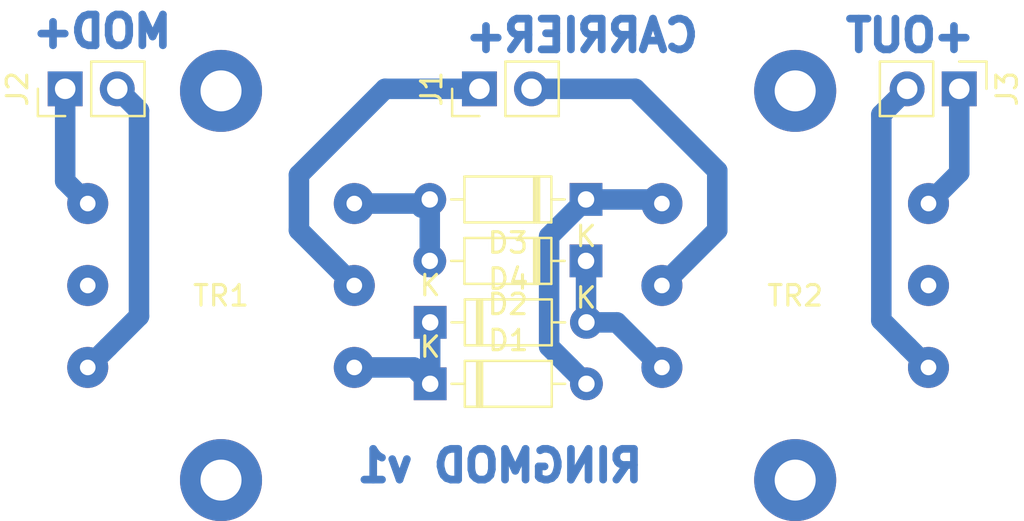
<source format=kicad_pcb>
(kicad_pcb (version 20171130) (host pcbnew "(5.0.0)")

  (general
    (thickness 1.6)
    (drawings 4)
    (tracks 37)
    (zones 0)
    (modules 9)
    (nets 13)
  )

  (page A4)
  (layers
    (0 F.Cu signal)
    (31 B.Cu signal)
    (32 B.Adhes user)
    (33 F.Adhes user)
    (34 B.Paste user)
    (35 F.Paste user)
    (36 B.SilkS user)
    (37 F.SilkS user)
    (38 B.Mask user)
    (39 F.Mask user)
    (40 Dwgs.User user)
    (41 Cmts.User user)
    (42 Eco1.User user)
    (43 Eco2.User user)
    (44 Edge.Cuts user)
    (45 Margin user)
    (46 B.CrtYd user)
    (47 F.CrtYd user)
    (48 B.Fab user)
    (49 F.Fab user)
  )

  (setup
    (last_trace_width 1)
    (trace_clearance 0.2)
    (zone_clearance 0.508)
    (zone_45_only no)
    (trace_min 0.2)
    (segment_width 0.2)
    (edge_width 0.15)
    (via_size 0.8)
    (via_drill 0.4)
    (via_min_size 0.4)
    (via_min_drill 0.3)
    (uvia_size 0.3)
    (uvia_drill 0.1)
    (uvias_allowed no)
    (uvia_min_size 0.2)
    (uvia_min_drill 0.1)
    (pcb_text_width 0.3)
    (pcb_text_size 1.5 1.5)
    (mod_edge_width 0.15)
    (mod_text_size 1 1)
    (mod_text_width 0.15)
    (pad_size 1.524 1.524)
    (pad_drill 0.762)
    (pad_to_mask_clearance 0.2)
    (aux_axis_origin 0 0)
    (visible_elements 7FFFFFFF)
    (pcbplotparams
      (layerselection 0x010fc_ffffffff)
      (usegerberextensions false)
      (usegerberattributes false)
      (usegerberadvancedattributes false)
      (creategerberjobfile false)
      (excludeedgelayer true)
      (linewidth 0.050000)
      (plotframeref false)
      (viasonmask false)
      (mode 1)
      (useauxorigin false)
      (hpglpennumber 1)
      (hpglpenspeed 20)
      (hpglpendiameter 15.000000)
      (psnegative false)
      (psa4output false)
      (plotreference true)
      (plotvalue true)
      (plotinvisibletext false)
      (padsonsilk false)
      (subtractmaskfromsilk false)
      (outputformat 1)
      (mirror false)
      (drillshape 1)
      (scaleselection 1)
      (outputdirectory ""))
  )

  (net 0 "")
  (net 1 "Net-(TR1-Pad2)")
  (net 2 "Net-(TR2-Pad5)")
  (net 3 "Net-(J2-Pad1)")
  (net 4 "Net-(J2-Pad2)")
  (net 5 "Net-(D2-Pad2)")
  (net 6 "Net-(J1-Pad1)")
  (net 7 "Net-(D1-Pad1)")
  (net 8 "Net-(J3-Pad1)")
  (net 9 "Net-(J3-Pad2)")
  (net 10 "Net-(D2-Pad1)")
  (net 11 "Net-(J1-Pad2)")
  (net 12 "Net-(D1-Pad2)")

  (net_class Default "This is the default net class."
    (clearance 0.2)
    (trace_width 1)
    (via_dia 0.8)
    (via_drill 0.4)
    (uvia_dia 0.3)
    (uvia_drill 0.1)
    (add_net "Net-(D1-Pad1)")
    (add_net "Net-(D1-Pad2)")
    (add_net "Net-(D2-Pad1)")
    (add_net "Net-(D2-Pad2)")
    (add_net "Net-(J1-Pad1)")
    (add_net "Net-(J1-Pad2)")
    (add_net "Net-(J2-Pad1)")
    (add_net "Net-(J2-Pad2)")
    (add_net "Net-(J3-Pad1)")
    (add_net "Net-(J3-Pad2)")
    (add_net "Net-(TR1-Pad2)")
    (add_net "Net-(TR2-Pad5)")
  )

  (net_class second ""
    (clearance 0.2)
    (trace_width 1)
    (via_dia 0.8)
    (via_drill 0.4)
    (uvia_dia 0.3)
    (uvia_drill 0.1)
  )

  (module Connector_PinHeader_2.54mm:PinHeader_1x02_P2.54mm_Vertical (layer F.Cu) (tedit 59FED5CC) (tstamp 5FD49C1C)
    (at 165.4 85.6 270)
    (descr "Through hole straight pin header, 1x02, 2.54mm pitch, single row")
    (tags "Through hole pin header THT 1x02 2.54mm single row")
    (path /5FD2AA2E)
    (fp_text reference J3 (at 0 -2.33 270) (layer F.SilkS)
      (effects (font (size 1 1) (thickness 0.15)))
    )
    (fp_text value OUT (at 0 4.87 270) (layer F.Fab)
      (effects (font (size 1 1) (thickness 0.15)))
    )
    (fp_line (start -0.635 -1.27) (end 1.27 -1.27) (layer F.Fab) (width 0.1))
    (fp_line (start 1.27 -1.27) (end 1.27 3.81) (layer F.Fab) (width 0.1))
    (fp_line (start 1.27 3.81) (end -1.27 3.81) (layer F.Fab) (width 0.1))
    (fp_line (start -1.27 3.81) (end -1.27 -0.635) (layer F.Fab) (width 0.1))
    (fp_line (start -1.27 -0.635) (end -0.635 -1.27) (layer F.Fab) (width 0.1))
    (fp_line (start -1.33 3.87) (end 1.33 3.87) (layer F.SilkS) (width 0.12))
    (fp_line (start -1.33 1.27) (end -1.33 3.87) (layer F.SilkS) (width 0.12))
    (fp_line (start 1.33 1.27) (end 1.33 3.87) (layer F.SilkS) (width 0.12))
    (fp_line (start -1.33 1.27) (end 1.33 1.27) (layer F.SilkS) (width 0.12))
    (fp_line (start -1.33 0) (end -1.33 -1.33) (layer F.SilkS) (width 0.12))
    (fp_line (start -1.33 -1.33) (end 0 -1.33) (layer F.SilkS) (width 0.12))
    (fp_line (start -1.8 -1.8) (end -1.8 4.35) (layer F.CrtYd) (width 0.05))
    (fp_line (start -1.8 4.35) (end 1.8 4.35) (layer F.CrtYd) (width 0.05))
    (fp_line (start 1.8 4.35) (end 1.8 -1.8) (layer F.CrtYd) (width 0.05))
    (fp_line (start 1.8 -1.8) (end -1.8 -1.8) (layer F.CrtYd) (width 0.05))
    (fp_text user %R (at 0 1.27) (layer F.Fab)
      (effects (font (size 1 1) (thickness 0.15)))
    )
    (pad 1 thru_hole rect (at 0 0 270) (size 1.7 1.7) (drill 1) (layers *.Cu *.Mask)
      (net 8 "Net-(J3-Pad1)"))
    (pad 2 thru_hole oval (at 0 2.54 270) (size 1.7 1.7) (drill 1) (layers *.Cu *.Mask)
      (net 9 "Net-(J3-Pad2)"))
    (model ${KISYS3DMOD}/Connector_PinHeader_2.54mm.3dshapes/PinHeader_1x02_P2.54mm_Vertical.wrl
      (at (xyz 0 0 0))
      (scale (xyz 1 1 1))
      (rotate (xyz 0 0 0))
    )
  )

  (module Connector_PinHeader_2.54mm:PinHeader_1x02_P2.54mm_Vertical (layer F.Cu) (tedit 59FED5CC) (tstamp 5FD49C06)
    (at 121.8 85.6 90)
    (descr "Through hole straight pin header, 1x02, 2.54mm pitch, single row")
    (tags "Through hole pin header THT 1x02 2.54mm single row")
    (path /5FD2A92F)
    (fp_text reference J2 (at 0 -2.33 90) (layer F.SilkS)
      (effects (font (size 1 1) (thickness 0.15)))
    )
    (fp_text value MOD (at 0 4.87 90) (layer F.Fab)
      (effects (font (size 1 1) (thickness 0.15)))
    )
    (fp_text user %R (at 0 1.27 180) (layer F.Fab)
      (effects (font (size 1 1) (thickness 0.15)))
    )
    (fp_line (start 1.8 -1.8) (end -1.8 -1.8) (layer F.CrtYd) (width 0.05))
    (fp_line (start 1.8 4.35) (end 1.8 -1.8) (layer F.CrtYd) (width 0.05))
    (fp_line (start -1.8 4.35) (end 1.8 4.35) (layer F.CrtYd) (width 0.05))
    (fp_line (start -1.8 -1.8) (end -1.8 4.35) (layer F.CrtYd) (width 0.05))
    (fp_line (start -1.33 -1.33) (end 0 -1.33) (layer F.SilkS) (width 0.12))
    (fp_line (start -1.33 0) (end -1.33 -1.33) (layer F.SilkS) (width 0.12))
    (fp_line (start -1.33 1.27) (end 1.33 1.27) (layer F.SilkS) (width 0.12))
    (fp_line (start 1.33 1.27) (end 1.33 3.87) (layer F.SilkS) (width 0.12))
    (fp_line (start -1.33 1.27) (end -1.33 3.87) (layer F.SilkS) (width 0.12))
    (fp_line (start -1.33 3.87) (end 1.33 3.87) (layer F.SilkS) (width 0.12))
    (fp_line (start -1.27 -0.635) (end -0.635 -1.27) (layer F.Fab) (width 0.1))
    (fp_line (start -1.27 3.81) (end -1.27 -0.635) (layer F.Fab) (width 0.1))
    (fp_line (start 1.27 3.81) (end -1.27 3.81) (layer F.Fab) (width 0.1))
    (fp_line (start 1.27 -1.27) (end 1.27 3.81) (layer F.Fab) (width 0.1))
    (fp_line (start -0.635 -1.27) (end 1.27 -1.27) (layer F.Fab) (width 0.1))
    (pad 2 thru_hole oval (at 0 2.54 90) (size 1.7 1.7) (drill 1) (layers *.Cu *.Mask)
      (net 4 "Net-(J2-Pad2)"))
    (pad 1 thru_hole rect (at 0 0 90) (size 1.7 1.7) (drill 1) (layers *.Cu *.Mask)
      (net 3 "Net-(J2-Pad1)"))
    (model ${KISYS3DMOD}/Connector_PinHeader_2.54mm.3dshapes/PinHeader_1x02_P2.54mm_Vertical.wrl
      (at (xyz 0 0 0))
      (scale (xyz 1 1 1))
      (rotate (xyz 0 0 0))
    )
  )

  (module Connector_PinHeader_2.54mm:PinHeader_1x02_P2.54mm_Vertical (layer F.Cu) (tedit 59FED5CC) (tstamp 5FD49BF0)
    (at 142 85.6 90)
    (descr "Through hole straight pin header, 1x02, 2.54mm pitch, single row")
    (tags "Through hole pin header THT 1x02 2.54mm single row")
    (path /5FD2A414)
    (fp_text reference J1 (at 0 -2.33 90) (layer F.SilkS)
      (effects (font (size 1 1) (thickness 0.15)))
    )
    (fp_text value IN (at 0 4.87 90) (layer F.Fab)
      (effects (font (size 1 1) (thickness 0.15)))
    )
    (fp_line (start -0.635 -1.27) (end 1.27 -1.27) (layer F.Fab) (width 0.1))
    (fp_line (start 1.27 -1.27) (end 1.27 3.81) (layer F.Fab) (width 0.1))
    (fp_line (start 1.27 3.81) (end -1.27 3.81) (layer F.Fab) (width 0.1))
    (fp_line (start -1.27 3.81) (end -1.27 -0.635) (layer F.Fab) (width 0.1))
    (fp_line (start -1.27 -0.635) (end -0.635 -1.27) (layer F.Fab) (width 0.1))
    (fp_line (start -1.33 3.87) (end 1.33 3.87) (layer F.SilkS) (width 0.12))
    (fp_line (start -1.33 1.27) (end -1.33 3.87) (layer F.SilkS) (width 0.12))
    (fp_line (start 1.33 1.27) (end 1.33 3.87) (layer F.SilkS) (width 0.12))
    (fp_line (start -1.33 1.27) (end 1.33 1.27) (layer F.SilkS) (width 0.12))
    (fp_line (start -1.33 0) (end -1.33 -1.33) (layer F.SilkS) (width 0.12))
    (fp_line (start -1.33 -1.33) (end 0 -1.33) (layer F.SilkS) (width 0.12))
    (fp_line (start -1.8 -1.8) (end -1.8 4.35) (layer F.CrtYd) (width 0.05))
    (fp_line (start -1.8 4.35) (end 1.8 4.35) (layer F.CrtYd) (width 0.05))
    (fp_line (start 1.8 4.35) (end 1.8 -1.8) (layer F.CrtYd) (width 0.05))
    (fp_line (start 1.8 -1.8) (end -1.8 -1.8) (layer F.CrtYd) (width 0.05))
    (fp_text user %R (at 0 1.27 180) (layer F.Fab)
      (effects (font (size 1 1) (thickness 0.15)))
    )
    (pad 1 thru_hole rect (at 0 0 90) (size 1.7 1.7) (drill 1) (layers *.Cu *.Mask)
      (net 6 "Net-(J1-Pad1)"))
    (pad 2 thru_hole oval (at 0 2.54 90) (size 1.7 1.7) (drill 1) (layers *.Cu *.Mask)
      (net 11 "Net-(J1-Pad2)"))
    (model ${KISYS3DMOD}/Connector_PinHeader_2.54mm.3dshapes/PinHeader_1x02_P2.54mm_Vertical.wrl
      (at (xyz 0 0 0))
      (scale (xyz 1 1 1))
      (rotate (xyz 0 0 0))
    )
  )

  (module Diode_THT:D_DO-35_SOD27_P7.62mm_Horizontal (layer F.Cu) (tedit 5AE50CD5) (tstamp 5FD49BDA)
    (at 139.6 97)
    (descr "Diode, DO-35_SOD27 series, Axial, Horizontal, pin pitch=7.62mm, , length*diameter=4*2mm^2, , http://www.diodes.com/_files/packages/DO-35.pdf")
    (tags "Diode DO-35_SOD27 series Axial Horizontal pin pitch 7.62mm  length 4mm diameter 2mm")
    (path /5FD29B3A)
    (fp_text reference D4 (at 3.81 -2.12) (layer F.SilkS)
      (effects (font (size 1 1) (thickness 0.15)))
    )
    (fp_text value 1N914 (at 3.81 2.12) (layer F.Fab)
      (effects (font (size 1 1) (thickness 0.15)))
    )
    (fp_text user K (at 0 -1.8) (layer F.SilkS)
      (effects (font (size 1 1) (thickness 0.15)))
    )
    (fp_text user K (at 0 -1.8) (layer F.Fab)
      (effects (font (size 1 1) (thickness 0.15)))
    )
    (fp_text user %R (at 4.11 0) (layer F.Fab)
      (effects (font (size 0.8 0.8) (thickness 0.12)))
    )
    (fp_line (start 8.67 -1.25) (end -1.05 -1.25) (layer F.CrtYd) (width 0.05))
    (fp_line (start 8.67 1.25) (end 8.67 -1.25) (layer F.CrtYd) (width 0.05))
    (fp_line (start -1.05 1.25) (end 8.67 1.25) (layer F.CrtYd) (width 0.05))
    (fp_line (start -1.05 -1.25) (end -1.05 1.25) (layer F.CrtYd) (width 0.05))
    (fp_line (start 2.29 -1.12) (end 2.29 1.12) (layer F.SilkS) (width 0.12))
    (fp_line (start 2.53 -1.12) (end 2.53 1.12) (layer F.SilkS) (width 0.12))
    (fp_line (start 2.41 -1.12) (end 2.41 1.12) (layer F.SilkS) (width 0.12))
    (fp_line (start 6.58 0) (end 5.93 0) (layer F.SilkS) (width 0.12))
    (fp_line (start 1.04 0) (end 1.69 0) (layer F.SilkS) (width 0.12))
    (fp_line (start 5.93 -1.12) (end 1.69 -1.12) (layer F.SilkS) (width 0.12))
    (fp_line (start 5.93 1.12) (end 5.93 -1.12) (layer F.SilkS) (width 0.12))
    (fp_line (start 1.69 1.12) (end 5.93 1.12) (layer F.SilkS) (width 0.12))
    (fp_line (start 1.69 -1.12) (end 1.69 1.12) (layer F.SilkS) (width 0.12))
    (fp_line (start 2.31 -1) (end 2.31 1) (layer F.Fab) (width 0.1))
    (fp_line (start 2.51 -1) (end 2.51 1) (layer F.Fab) (width 0.1))
    (fp_line (start 2.41 -1) (end 2.41 1) (layer F.Fab) (width 0.1))
    (fp_line (start 7.62 0) (end 5.81 0) (layer F.Fab) (width 0.1))
    (fp_line (start 0 0) (end 1.81 0) (layer F.Fab) (width 0.1))
    (fp_line (start 5.81 -1) (end 1.81 -1) (layer F.Fab) (width 0.1))
    (fp_line (start 5.81 1) (end 5.81 -1) (layer F.Fab) (width 0.1))
    (fp_line (start 1.81 1) (end 5.81 1) (layer F.Fab) (width 0.1))
    (fp_line (start 1.81 -1) (end 1.81 1) (layer F.Fab) (width 0.1))
    (pad 2 thru_hole oval (at 7.62 0) (size 1.6 1.6) (drill 0.8) (layers *.Cu *.Mask)
      (net 10 "Net-(D2-Pad1)"))
    (pad 1 thru_hole rect (at 0 0) (size 1.6 1.6) (drill 0.8) (layers *.Cu *.Mask)
      (net 7 "Net-(D1-Pad1)"))
    (model ${KISYS3DMOD}/Diode_THT.3dshapes/D_DO-35_SOD27_P7.62mm_Horizontal.wrl
      (at (xyz 0 0 0))
      (scale (xyz 1 1 1))
      (rotate (xyz 0 0 0))
    )
  )

  (module Diode_THT:D_DO-35_SOD27_P7.62mm_Horizontal (layer F.Cu) (tedit 5AE50CD5) (tstamp 5FD49BBB)
    (at 147.2 91 180)
    (descr "Diode, DO-35_SOD27 series, Axial, Horizontal, pin pitch=7.62mm, , length*diameter=4*2mm^2, , http://www.diodes.com/_files/packages/DO-35.pdf")
    (tags "Diode DO-35_SOD27 series Axial Horizontal pin pitch 7.62mm  length 4mm diameter 2mm")
    (path /5FD29AFE)
    (fp_text reference D3 (at 3.81 -2.12 180) (layer F.SilkS)
      (effects (font (size 1 1) (thickness 0.15)))
    )
    (fp_text value 1N914 (at 3.81 2.12 180) (layer F.Fab)
      (effects (font (size 1 1) (thickness 0.15)))
    )
    (fp_line (start 1.81 -1) (end 1.81 1) (layer F.Fab) (width 0.1))
    (fp_line (start 1.81 1) (end 5.81 1) (layer F.Fab) (width 0.1))
    (fp_line (start 5.81 1) (end 5.81 -1) (layer F.Fab) (width 0.1))
    (fp_line (start 5.81 -1) (end 1.81 -1) (layer F.Fab) (width 0.1))
    (fp_line (start 0 0) (end 1.81 0) (layer F.Fab) (width 0.1))
    (fp_line (start 7.62 0) (end 5.81 0) (layer F.Fab) (width 0.1))
    (fp_line (start 2.41 -1) (end 2.41 1) (layer F.Fab) (width 0.1))
    (fp_line (start 2.51 -1) (end 2.51 1) (layer F.Fab) (width 0.1))
    (fp_line (start 2.31 -1) (end 2.31 1) (layer F.Fab) (width 0.1))
    (fp_line (start 1.69 -1.12) (end 1.69 1.12) (layer F.SilkS) (width 0.12))
    (fp_line (start 1.69 1.12) (end 5.93 1.12) (layer F.SilkS) (width 0.12))
    (fp_line (start 5.93 1.12) (end 5.93 -1.12) (layer F.SilkS) (width 0.12))
    (fp_line (start 5.93 -1.12) (end 1.69 -1.12) (layer F.SilkS) (width 0.12))
    (fp_line (start 1.04 0) (end 1.69 0) (layer F.SilkS) (width 0.12))
    (fp_line (start 6.58 0) (end 5.93 0) (layer F.SilkS) (width 0.12))
    (fp_line (start 2.41 -1.12) (end 2.41 1.12) (layer F.SilkS) (width 0.12))
    (fp_line (start 2.53 -1.12) (end 2.53 1.12) (layer F.SilkS) (width 0.12))
    (fp_line (start 2.29 -1.12) (end 2.29 1.12) (layer F.SilkS) (width 0.12))
    (fp_line (start -1.05 -1.25) (end -1.05 1.25) (layer F.CrtYd) (width 0.05))
    (fp_line (start -1.05 1.25) (end 8.67 1.25) (layer F.CrtYd) (width 0.05))
    (fp_line (start 8.67 1.25) (end 8.67 -1.25) (layer F.CrtYd) (width 0.05))
    (fp_line (start 8.67 -1.25) (end -1.05 -1.25) (layer F.CrtYd) (width 0.05))
    (fp_text user %R (at 4.11 0 180) (layer F.Fab)
      (effects (font (size 0.8 0.8) (thickness 0.12)))
    )
    (fp_text user K (at 0 -1.8 180) (layer F.Fab)
      (effects (font (size 1 1) (thickness 0.15)))
    )
    (fp_text user K (at 0 -1.8 180) (layer F.SilkS)
      (effects (font (size 1 1) (thickness 0.15)))
    )
    (pad 1 thru_hole rect (at 0 0 180) (size 1.6 1.6) (drill 0.8) (layers *.Cu *.Mask)
      (net 12 "Net-(D1-Pad2)"))
    (pad 2 thru_hole oval (at 7.62 0 180) (size 1.6 1.6) (drill 0.8) (layers *.Cu *.Mask)
      (net 5 "Net-(D2-Pad2)"))
    (model ${KISYS3DMOD}/Diode_THT.3dshapes/D_DO-35_SOD27_P7.62mm_Horizontal.wrl
      (at (xyz 0 0 0))
      (scale (xyz 1 1 1))
      (rotate (xyz 0 0 0))
    )
  )

  (module Diode_THT:D_DO-35_SOD27_P7.62mm_Horizontal (layer F.Cu) (tedit 5AE50CD5) (tstamp 5FD2F2B9)
    (at 147.2 94 180)
    (descr "Diode, DO-35_SOD27 series, Axial, Horizontal, pin pitch=7.62mm, , length*diameter=4*2mm^2, , http://www.diodes.com/_files/packages/DO-35.pdf")
    (tags "Diode DO-35_SOD27 series Axial Horizontal pin pitch 7.62mm  length 4mm diameter 2mm")
    (path /5FD29AD6)
    (fp_text reference D2 (at 3.81 -2.12 180) (layer F.SilkS)
      (effects (font (size 1 1) (thickness 0.15)))
    )
    (fp_text value 1N914 (at 3.81 2.12 180) (layer F.Fab)
      (effects (font (size 1 1) (thickness 0.15)))
    )
    (fp_text user K (at 0 -1.8 180) (layer F.SilkS)
      (effects (font (size 1 1) (thickness 0.15)))
    )
    (fp_text user K (at 0 -1.8 180) (layer F.Fab)
      (effects (font (size 1 1) (thickness 0.15)))
    )
    (fp_text user %R (at 4.11 0 180) (layer F.Fab)
      (effects (font (size 0.8 0.8) (thickness 0.12)))
    )
    (fp_line (start 8.67 -1.25) (end -1.05 -1.25) (layer F.CrtYd) (width 0.05))
    (fp_line (start 8.67 1.25) (end 8.67 -1.25) (layer F.CrtYd) (width 0.05))
    (fp_line (start -1.05 1.25) (end 8.67 1.25) (layer F.CrtYd) (width 0.05))
    (fp_line (start -1.05 -1.25) (end -1.05 1.25) (layer F.CrtYd) (width 0.05))
    (fp_line (start 2.29 -1.12) (end 2.29 1.12) (layer F.SilkS) (width 0.12))
    (fp_line (start 2.53 -1.12) (end 2.53 1.12) (layer F.SilkS) (width 0.12))
    (fp_line (start 2.41 -1.12) (end 2.41 1.12) (layer F.SilkS) (width 0.12))
    (fp_line (start 6.58 0) (end 5.93 0) (layer F.SilkS) (width 0.12))
    (fp_line (start 1.04 0) (end 1.69 0) (layer F.SilkS) (width 0.12))
    (fp_line (start 5.93 -1.12) (end 1.69 -1.12) (layer F.SilkS) (width 0.12))
    (fp_line (start 5.93 1.12) (end 5.93 -1.12) (layer F.SilkS) (width 0.12))
    (fp_line (start 1.69 1.12) (end 5.93 1.12) (layer F.SilkS) (width 0.12))
    (fp_line (start 1.69 -1.12) (end 1.69 1.12) (layer F.SilkS) (width 0.12))
    (fp_line (start 2.31 -1) (end 2.31 1) (layer F.Fab) (width 0.1))
    (fp_line (start 2.51 -1) (end 2.51 1) (layer F.Fab) (width 0.1))
    (fp_line (start 2.41 -1) (end 2.41 1) (layer F.Fab) (width 0.1))
    (fp_line (start 7.62 0) (end 5.81 0) (layer F.Fab) (width 0.1))
    (fp_line (start 0 0) (end 1.81 0) (layer F.Fab) (width 0.1))
    (fp_line (start 5.81 -1) (end 1.81 -1) (layer F.Fab) (width 0.1))
    (fp_line (start 5.81 1) (end 5.81 -1) (layer F.Fab) (width 0.1))
    (fp_line (start 1.81 1) (end 5.81 1) (layer F.Fab) (width 0.1))
    (fp_line (start 1.81 -1) (end 1.81 1) (layer F.Fab) (width 0.1))
    (pad 2 thru_hole oval (at 7.62 0 180) (size 1.6 1.6) (drill 0.8) (layers *.Cu *.Mask)
      (net 5 "Net-(D2-Pad2)"))
    (pad 1 thru_hole rect (at 0 0 180) (size 1.6 1.6) (drill 0.8) (layers *.Cu *.Mask)
      (net 10 "Net-(D2-Pad1)"))
    (model ${KISYS3DMOD}/Diode_THT.3dshapes/D_DO-35_SOD27_P7.62mm_Horizontal.wrl
      (at (xyz 0 0 0))
      (scale (xyz 1 1 1))
      (rotate (xyz 0 0 0))
    )
  )

  (module Diode_THT:D_DO-35_SOD27_P7.62mm_Horizontal (layer F.Cu) (tedit 5AE50CD5) (tstamp 5FD49B7D)
    (at 139.6 100)
    (descr "Diode, DO-35_SOD27 series, Axial, Horizontal, pin pitch=7.62mm, , length*diameter=4*2mm^2, , http://www.diodes.com/_files/packages/DO-35.pdf")
    (tags "Diode DO-35_SOD27 series Axial Horizontal pin pitch 7.62mm  length 4mm diameter 2mm")
    (path /5FD29A8F)
    (fp_text reference D1 (at 3.81 -2.12) (layer F.SilkS)
      (effects (font (size 1 1) (thickness 0.15)))
    )
    (fp_text value 1N914 (at 3.81 2.12) (layer F.Fab)
      (effects (font (size 1 1) (thickness 0.15)))
    )
    (fp_line (start 1.81 -1) (end 1.81 1) (layer F.Fab) (width 0.1))
    (fp_line (start 1.81 1) (end 5.81 1) (layer F.Fab) (width 0.1))
    (fp_line (start 5.81 1) (end 5.81 -1) (layer F.Fab) (width 0.1))
    (fp_line (start 5.81 -1) (end 1.81 -1) (layer F.Fab) (width 0.1))
    (fp_line (start 0 0) (end 1.81 0) (layer F.Fab) (width 0.1))
    (fp_line (start 7.62 0) (end 5.81 0) (layer F.Fab) (width 0.1))
    (fp_line (start 2.41 -1) (end 2.41 1) (layer F.Fab) (width 0.1))
    (fp_line (start 2.51 -1) (end 2.51 1) (layer F.Fab) (width 0.1))
    (fp_line (start 2.31 -1) (end 2.31 1) (layer F.Fab) (width 0.1))
    (fp_line (start 1.69 -1.12) (end 1.69 1.12) (layer F.SilkS) (width 0.12))
    (fp_line (start 1.69 1.12) (end 5.93 1.12) (layer F.SilkS) (width 0.12))
    (fp_line (start 5.93 1.12) (end 5.93 -1.12) (layer F.SilkS) (width 0.12))
    (fp_line (start 5.93 -1.12) (end 1.69 -1.12) (layer F.SilkS) (width 0.12))
    (fp_line (start 1.04 0) (end 1.69 0) (layer F.SilkS) (width 0.12))
    (fp_line (start 6.58 0) (end 5.93 0) (layer F.SilkS) (width 0.12))
    (fp_line (start 2.41 -1.12) (end 2.41 1.12) (layer F.SilkS) (width 0.12))
    (fp_line (start 2.53 -1.12) (end 2.53 1.12) (layer F.SilkS) (width 0.12))
    (fp_line (start 2.29 -1.12) (end 2.29 1.12) (layer F.SilkS) (width 0.12))
    (fp_line (start -1.05 -1.25) (end -1.05 1.25) (layer F.CrtYd) (width 0.05))
    (fp_line (start -1.05 1.25) (end 8.67 1.25) (layer F.CrtYd) (width 0.05))
    (fp_line (start 8.67 1.25) (end 8.67 -1.25) (layer F.CrtYd) (width 0.05))
    (fp_line (start 8.67 -1.25) (end -1.05 -1.25) (layer F.CrtYd) (width 0.05))
    (fp_text user %R (at 4.11 0) (layer F.Fab)
      (effects (font (size 0.8 0.8) (thickness 0.12)))
    )
    (fp_text user K (at 0 -1.8) (layer F.Fab)
      (effects (font (size 1 1) (thickness 0.15)))
    )
    (fp_text user K (at 0 -1.8) (layer F.SilkS)
      (effects (font (size 1 1) (thickness 0.15)))
    )
    (pad 1 thru_hole rect (at 0 0) (size 1.6 1.6) (drill 0.8) (layers *.Cu *.Mask)
      (net 7 "Net-(D1-Pad1)"))
    (pad 2 thru_hole oval (at 7.62 0) (size 1.6 1.6) (drill 0.8) (layers *.Cu *.Mask)
      (net 12 "Net-(D1-Pad2)"))
    (model ${KISYS3DMOD}/Diode_THT.3dshapes/D_DO-35_SOD27_P7.62mm_Horizontal.wrl
      (at (xyz 0 0 0))
      (scale (xyz 1 1 1))
      (rotate (xyz 0 0 0))
    )
  )

  (module "ringmod1:TM018-R Transformer" (layer F.Cu) (tedit 5FD28FA2) (tstamp 5FD2D001)
    (at 157.4 95.2)
    (path /5FD29836)
    (fp_text reference TR2 (at 0 0.5) (layer F.SilkS)
      (effects (font (size 1 1) (thickness 0.15)))
    )
    (fp_text value TR2 (at 0 -0.5) (layer F.Fab)
      (effects (font (size 1 1) (thickness 0.15)))
    )
    (pad "" thru_hole circle (at 0 9.5) (size 4 4) (drill 2) (layers *.Cu *.Mask))
    (pad "" thru_hole circle (at 0 -9.5) (size 4 4) (drill 2) (layers *.Cu *.Mask))
    (pad 6 thru_hole circle (at 6.5 4) (size 2 2) (drill 0.762) (layers *.Cu *.Mask)
      (net 9 "Net-(J3-Pad2)"))
    (pad 5 thru_hole circle (at 6.5 0) (size 2 2) (drill 0.762) (layers *.Cu *.Mask)
      (net 2 "Net-(TR2-Pad5)"))
    (pad 4 thru_hole circle (at 6.5 -4) (size 2 2) (drill 0.762) (layers *.Cu *.Mask)
      (net 8 "Net-(J3-Pad1)"))
    (pad 3 thru_hole circle (at -6.5 4) (size 2 2) (drill 0.762) (layers *.Cu *.Mask)
      (net 10 "Net-(D2-Pad1)"))
    (pad 2 thru_hole circle (at -6.5 0) (size 2 2) (drill 0.762) (layers *.Cu *.Mask)
      (net 11 "Net-(J1-Pad2)"))
    (pad 1 thru_hole circle (at -6.5 -4) (size 2 2) (drill 0.762) (layers *.Cu *.Mask)
      (net 12 "Net-(D1-Pad2)"))
  )

  (module "ringmod1:TM018-R Transformer" (layer F.Cu) (tedit 5FD28FA2) (tstamp 5FD2CFF6)
    (at 129.4 95.2)
    (path /5FD297C4)
    (fp_text reference TR1 (at 0 0.5) (layer F.SilkS)
      (effects (font (size 1 1) (thickness 0.15)))
    )
    (fp_text value TR1 (at 0 -0.5) (layer F.Fab)
      (effects (font (size 1 1) (thickness 0.15)))
    )
    (pad 1 thru_hole circle (at -6.5 -4) (size 2 2) (drill 0.762) (layers *.Cu *.Mask)
      (net 3 "Net-(J2-Pad1)"))
    (pad 2 thru_hole circle (at -6.5 0) (size 2 2) (drill 0.762) (layers *.Cu *.Mask)
      (net 1 "Net-(TR1-Pad2)"))
    (pad 3 thru_hole circle (at -6.5 4) (size 2 2) (drill 0.762) (layers *.Cu *.Mask)
      (net 4 "Net-(J2-Pad2)"))
    (pad 4 thru_hole circle (at 6.5 -4) (size 2 2) (drill 0.762) (layers *.Cu *.Mask)
      (net 5 "Net-(D2-Pad2)"))
    (pad 5 thru_hole circle (at 6.5 0) (size 2 2) (drill 0.762) (layers *.Cu *.Mask)
      (net 6 "Net-(J1-Pad1)"))
    (pad 6 thru_hole circle (at 6.5 4) (size 2 2) (drill 0.762) (layers *.Cu *.Mask)
      (net 7 "Net-(D1-Pad1)"))
    (pad "" thru_hole circle (at 0 -9.5) (size 4 4) (drill 2) (layers *.Cu *.Mask))
    (pad "" thru_hole circle (at 0 9.5) (size 4 4) (drill 2) (layers *.Cu *.Mask))
  )

  (gr_text +OUT (at 163 83) (layer B.Cu) (tstamp 5FD2FBD5)
    (effects (font (size 1.5 1.5) (thickness 0.375)) (justify mirror))
  )
  (gr_text MOD+ (at 123.6 82.8) (layer B.Cu) (tstamp 5FD2FBCA)
    (effects (font (size 1.5 1.5) (thickness 0.375)) (justify mirror))
  )
  (gr_text CARRIER+ (at 147 83) (layer B.Cu) (tstamp 5FD2FBCA)
    (effects (font (size 1.5 1.5) (thickness 0.375)) (justify mirror))
  )
  (gr_text "RINGMOD v1" (at 143 104) (layer B.Cu)
    (effects (font (size 1.5 1.5) (thickness 0.375)) (justify mirror))
  )

  (segment (start 121.8 90.1) (end 122.9 91.2) (width 1) (layer B.Cu) (net 3))
  (segment (start 121.8 85.6) (end 121.8 90.1) (width 1) (layer B.Cu) (net 3))
  (segment (start 123.899999 98.200001) (end 122.9 99.2) (width 1) (layer B.Cu) (net 4))
  (segment (start 125.4 96.7) (end 123.899999 98.200001) (width 1) (layer B.Cu) (net 4))
  (segment (start 125.4 86.66) (end 125.4 96.7) (width 1) (layer B.Cu) (net 4))
  (segment (start 124.34 85.6) (end 125.4 86.66) (width 1) (layer B.Cu) (net 4))
  (segment (start 139.18 91.4) (end 139.58 91) (width 1) (layer B.Cu) (net 5))
  (segment (start 139.58 91) (end 139.58 94) (width 1) (layer B.Cu) (net 5))
  (segment (start 139.38 91.2) (end 139.58 91) (width 1) (layer B.Cu) (net 5))
  (segment (start 135.9 91.2) (end 139.38 91.2) (width 1) (layer B.Cu) (net 5))
  (segment (start 135.9 95.2) (end 133.2 92.5) (width 1) (layer B.Cu) (net 6))
  (segment (start 133.2 92.5) (end 133.2 89.8) (width 1) (layer B.Cu) (net 6))
  (segment (start 137.4 85.6) (end 142 85.6) (width 1) (layer B.Cu) (net 6))
  (segment (start 133.2 89.8) (end 137.4 85.6) (width 1) (layer B.Cu) (net 6))
  (segment (start 139.6 97) (end 139.6 100) (width 1) (layer B.Cu) (net 7))
  (segment (start 138.8 99.2) (end 139.6 100) (width 1) (layer B.Cu) (net 7))
  (segment (start 135.9 99.2) (end 138.8 99.2) (width 1) (layer B.Cu) (net 7))
  (segment (start 165.4 89.7) (end 163.9 91.2) (width 1) (layer B.Cu) (net 8))
  (segment (start 165.4 85.6) (end 165.4 89.7) (width 1) (layer B.Cu) (net 8))
  (segment (start 162.900001 98.200001) (end 163.9 99.2) (width 1) (layer B.Cu) (net 9))
  (segment (start 161.6 96.9) (end 162.900001 98.200001) (width 1) (layer B.Cu) (net 9))
  (segment (start 161.6 86.86) (end 161.6 96.9) (width 1) (layer B.Cu) (net 9))
  (segment (start 162.86 85.6) (end 161.6 86.86) (width 1) (layer B.Cu) (net 9))
  (segment (start 147.2 96.98) (end 147.22 97) (width 1) (layer B.Cu) (net 10))
  (segment (start 147.2 94) (end 147.2 96.98) (width 1) (layer B.Cu) (net 10))
  (segment (start 148.7 97) (end 150.9 99.2) (width 1) (layer B.Cu) (net 10))
  (segment (start 147.22 97) (end 148.7 97) (width 1) (layer B.Cu) (net 10))
  (segment (start 150.9 95.2) (end 153.6 92.5) (width 1) (layer B.Cu) (net 11))
  (segment (start 153.6 92.5) (end 153.6 89.6) (width 1) (layer B.Cu) (net 11))
  (segment (start 149.6 85.6) (end 144.54 85.6) (width 1) (layer B.Cu) (net 11))
  (segment (start 153.6 89.6) (end 149.6 85.6) (width 1) (layer B.Cu) (net 11))
  (segment (start 150.7 91) (end 150.9 91.2) (width 1) (layer B.Cu) (net 12))
  (segment (start 147.2 91) (end 150.7 91) (width 1) (layer B.Cu) (net 12))
  (segment (start 146.420001 99.200001) (end 147.22 100) (width 1) (layer B.Cu) (net 12))
  (segment (start 145.4 98.18) (end 146.420001 99.200001) (width 1) (layer B.Cu) (net 12))
  (segment (start 145.4 92.8) (end 145.4 98.18) (width 1) (layer B.Cu) (net 12))
  (segment (start 147.2 91) (end 145.4 92.8) (width 1) (layer B.Cu) (net 12))

)

</source>
